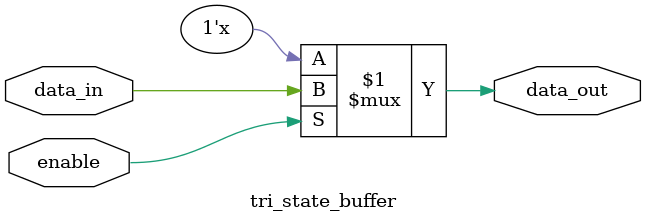
<source format=sv>
`timescale 1ns / 1ps

module tri_state_buffer (
    input logic data_in,
    input logic enable,
    output logic data_out
);

    assign data_out = enable ? data_in : 1'bz;

endmodule
</source>
